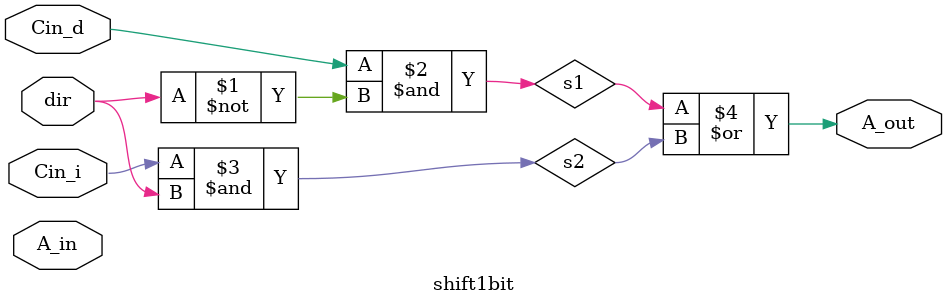
<source format=sv>
module shift1bit(input dir,A_in, Cin_i,Cin_d,
					  output A_out);
logic s1,s2;

and n1(s1,Cin_d,~dir);
and n2(s2,Cin_i,dir);
or  n4(A_out,s1,s2);
		
endmodule 
</source>
